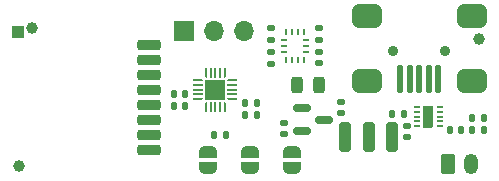
<source format=gts>
G04 #@! TF.GenerationSoftware,KiCad,Pcbnew,(6.0.7)*
G04 #@! TF.CreationDate,2023-02-22T13:34:51-04:00*
G04 #@! TF.ProjectId,Twitch Switch,54776974-6368-4205-9377-697463682e6b,1.1*
G04 #@! TF.SameCoordinates,Original*
G04 #@! TF.FileFunction,Soldermask,Top*
G04 #@! TF.FilePolarity,Negative*
%FSLAX46Y46*%
G04 Gerber Fmt 4.6, Leading zero omitted, Abs format (unit mm)*
G04 Created by KiCad (PCBNEW (6.0.7)) date 2023-02-22 13:34:51*
%MOMM*%
%LPD*%
G01*
G04 APERTURE LIST*
G04 Aperture macros list*
%AMRoundRect*
0 Rectangle with rounded corners*
0 $1 Rounding radius*
0 $2 $3 $4 $5 $6 $7 $8 $9 X,Y pos of 4 corners*
0 Add a 4 corners polygon primitive as box body*
4,1,4,$2,$3,$4,$5,$6,$7,$8,$9,$2,$3,0*
0 Add four circle primitives for the rounded corners*
1,1,$1+$1,$2,$3*
1,1,$1+$1,$4,$5*
1,1,$1+$1,$6,$7*
1,1,$1+$1,$8,$9*
0 Add four rect primitives between the rounded corners*
20,1,$1+$1,$2,$3,$4,$5,0*
20,1,$1+$1,$4,$5,$6,$7,0*
20,1,$1+$1,$6,$7,$8,$9,0*
20,1,$1+$1,$8,$9,$2,$3,0*%
%AMOutline5P*
0 Free polygon, 5 corners , with rotation*
0 The origin of the aperture is its center*
0 number of corners: always 5*
0 $1 to $10 corner X, Y*
0 $11 Rotation angle, in degrees counterclockwise*
0 create outline with 5 corners*
4,1,5,$1,$2,$3,$4,$5,$6,$7,$8,$9,$10,$1,$2,$11*%
%AMOutline6P*
0 Free polygon, 6 corners , with rotation*
0 The origin of the aperture is its center*
0 number of corners: always 6*
0 $1 to $12 corner X, Y*
0 $13 Rotation angle, in degrees counterclockwise*
0 create outline with 6 corners*
4,1,6,$1,$2,$3,$4,$5,$6,$7,$8,$9,$10,$11,$12,$1,$2,$13*%
%AMOutline7P*
0 Free polygon, 7 corners , with rotation*
0 The origin of the aperture is its center*
0 number of corners: always 7*
0 $1 to $14 corner X, Y*
0 $15 Rotation angle, in degrees counterclockwise*
0 create outline with 7 corners*
4,1,7,$1,$2,$3,$4,$5,$6,$7,$8,$9,$10,$11,$12,$13,$14,$1,$2,$15*%
%AMOutline8P*
0 Free polygon, 8 corners , with rotation*
0 The origin of the aperture is its center*
0 number of corners: always 8*
0 $1 to $16 corner X, Y*
0 $17 Rotation angle, in degrees counterclockwise*
0 create outline with 8 corners*
4,1,8,$1,$2,$3,$4,$5,$6,$7,$8,$9,$10,$11,$12,$13,$14,$15,$16,$1,$2,$17*%
%AMFreePoly0*
4,1,22,0.500000,-0.750000,0.000000,-0.750000,0.000000,-0.745033,-0.079941,-0.743568,-0.215256,-0.701293,-0.333266,-0.622738,-0.424486,-0.514219,-0.481581,-0.384460,-0.499164,-0.250000,-0.500000,-0.250000,-0.500000,0.250000,-0.499164,0.250000,-0.499963,0.256109,-0.478152,0.396186,-0.417904,0.524511,-0.324060,0.630769,-0.204165,0.706417,-0.067858,0.745374,0.000000,0.744959,0.000000,0.750000,
0.500000,0.750000,0.500000,-0.750000,0.500000,-0.750000,$1*%
%AMFreePoly1*
4,1,20,0.000000,0.744959,0.073905,0.744508,0.209726,0.703889,0.328688,0.626782,0.421226,0.519385,0.479903,0.390333,0.500000,0.250000,0.500000,-0.250000,0.499851,-0.262216,0.476331,-0.402017,0.414519,-0.529596,0.319384,-0.634700,0.198574,-0.708877,0.061801,-0.746166,0.000000,-0.745033,0.000000,-0.750000,-0.500000,-0.750000,-0.500000,0.750000,0.000000,0.750000,0.000000,0.744959,
0.000000,0.744959,$1*%
%AMFreePoly2*
4,1,14,0.334644,0.085355,0.385355,0.034644,0.400000,-0.000711,0.400000,-0.050000,0.385355,-0.085355,0.350000,-0.100000,-0.350000,-0.100000,-0.385355,-0.085355,-0.400000,-0.050000,-0.400000,0.050000,-0.385355,0.085355,-0.350000,0.100000,0.299289,0.100000,0.334644,0.085355,0.334644,0.085355,$1*%
%AMFreePoly3*
4,1,14,0.385355,0.085355,0.400000,0.050000,0.400000,0.000711,0.385355,-0.034644,0.334644,-0.085355,0.299289,-0.100000,-0.350000,-0.100000,-0.385355,-0.085355,-0.400000,-0.050000,-0.400000,0.050000,-0.385355,0.085355,-0.350000,0.100000,0.350000,0.100000,0.385355,0.085355,0.385355,0.085355,$1*%
%AMFreePoly4*
4,1,14,0.085355,0.385355,0.100000,0.350000,0.100000,-0.350000,0.085355,-0.385355,0.050000,-0.400000,-0.050000,-0.400000,-0.085355,-0.385355,-0.100000,-0.350000,-0.100000,0.299289,-0.085355,0.334644,-0.034644,0.385355,0.000711,0.400000,0.050000,0.400000,0.085355,0.385355,0.085355,0.385355,$1*%
%AMFreePoly5*
4,1,14,0.034644,0.385355,0.085355,0.334644,0.100000,0.299289,0.100000,-0.350000,0.085355,-0.385355,0.050000,-0.400000,-0.050000,-0.400000,-0.085355,-0.385355,-0.100000,-0.350000,-0.100000,0.350000,-0.085355,0.385355,-0.050000,0.400000,-0.000711,0.400000,0.034644,0.385355,0.034644,0.385355,$1*%
%AMFreePoly6*
4,1,14,0.385355,0.085355,0.400000,0.050000,0.400000,-0.050000,0.385355,-0.085355,0.350000,-0.100000,-0.299289,-0.100000,-0.334644,-0.085355,-0.385355,-0.034644,-0.400000,0.000711,-0.400000,0.050000,-0.385355,0.085355,-0.350000,0.100000,0.350000,0.100000,0.385355,0.085355,0.385355,0.085355,$1*%
%AMFreePoly7*
4,1,14,0.385355,0.085355,0.400000,0.050000,0.400000,-0.050000,0.385355,-0.085355,0.350000,-0.100000,-0.350000,-0.100000,-0.385355,-0.085355,-0.400000,-0.050000,-0.400000,-0.000711,-0.385355,0.034644,-0.334644,0.085355,-0.299289,0.100000,0.350000,0.100000,0.385355,0.085355,0.385355,0.085355,$1*%
%AMFreePoly8*
4,1,14,0.085355,0.385355,0.100000,0.350000,0.100000,-0.299289,0.085355,-0.334644,0.034644,-0.385355,-0.000711,-0.400000,-0.050000,-0.400000,-0.085355,-0.385355,-0.100000,-0.350000,-0.100000,0.350000,-0.085355,0.385355,-0.050000,0.400000,0.050000,0.400000,0.085355,0.385355,0.085355,0.385355,$1*%
%AMFreePoly9*
4,1,14,0.085355,0.385355,0.100000,0.350000,0.100000,-0.350000,0.085355,-0.385355,0.050000,-0.400000,0.000711,-0.400000,-0.034644,-0.385355,-0.085355,-0.334644,-0.100000,-0.299289,-0.100000,0.350000,-0.085355,0.385355,-0.050000,0.400000,0.050000,0.400000,0.085355,0.385355,0.085355,0.385355,$1*%
G04 Aperture macros list end*
%ADD10RoundRect,0.135000X-0.135000X-0.185000X0.135000X-0.185000X0.135000X0.185000X-0.135000X0.185000X0*%
%ADD11RoundRect,0.135000X0.185000X-0.135000X0.185000X0.135000X-0.185000X0.135000X-0.185000X-0.135000X0*%
%ADD12RoundRect,0.250000X0.250000X-1.000000X0.250000X1.000000X-0.250000X1.000000X-0.250000X-1.000000X0*%
%ADD13RoundRect,0.140000X0.140000X0.170000X-0.140000X0.170000X-0.140000X-0.170000X0.140000X-0.170000X0*%
%ADD14RoundRect,0.225000X0.775000X-0.225000X0.775000X0.225000X-0.775000X0.225000X-0.775000X-0.225000X0*%
%ADD15R,1.000000X1.000000*%
%ADD16RoundRect,0.140000X0.170000X-0.140000X0.170000X0.140000X-0.170000X0.140000X-0.170000X-0.140000X0*%
%ADD17FreePoly0,90.000000*%
%ADD18FreePoly1,90.000000*%
%ADD19C,1.000000*%
%ADD20RoundRect,0.150000X-0.587500X-0.150000X0.587500X-0.150000X0.587500X0.150000X-0.587500X0.150000X0*%
%ADD21RoundRect,0.135000X0.135000X0.185000X-0.135000X0.185000X-0.135000X-0.185000X0.135000X-0.185000X0*%
%ADD22RoundRect,0.140000X-0.170000X0.140000X-0.170000X-0.140000X0.170000X-0.140000X0.170000X0.140000X0*%
%ADD23RoundRect,0.243750X0.243750X0.456250X-0.243750X0.456250X-0.243750X-0.456250X0.243750X-0.456250X0*%
%ADD24RoundRect,0.140000X-0.140000X-0.170000X0.140000X-0.170000X0.140000X0.170000X-0.140000X0.170000X0*%
%ADD25RoundRect,0.135000X-0.185000X0.135000X-0.185000X-0.135000X0.185000X-0.135000X0.185000X0.135000X0*%
%ADD26R,1.700000X1.700000*%
%ADD27O,1.700000X1.700000*%
%ADD28Outline5P,-0.237500X0.075000X-0.187500X0.125000X0.237500X0.125000X0.237500X-0.125000X-0.237500X-0.125000X270.000000*%
%ADD29RoundRect,0.062500X0.062500X-0.175000X0.062500X0.175000X-0.062500X0.175000X-0.062500X-0.175000X0*%
%ADD30RoundRect,0.062500X0.175000X0.062500X-0.175000X0.062500X-0.175000X-0.062500X0.175000X-0.062500X0*%
%ADD31C,0.900000*%
%ADD32RoundRect,0.125000X0.125000X1.025000X-0.125000X1.025000X-0.125000X-1.025000X0.125000X-1.025000X0*%
%ADD33RoundRect,0.500000X-0.750000X0.500000X-0.750000X-0.500000X0.750000X-0.500000X0.750000X0.500000X0*%
%ADD34FreePoly2,0.000000*%
%ADD35RoundRect,0.050000X-0.350000X-0.050000X0.350000X-0.050000X0.350000X0.050000X-0.350000X0.050000X0*%
%ADD36FreePoly3,0.000000*%
%ADD37FreePoly4,0.000000*%
%ADD38RoundRect,0.050000X-0.050000X-0.350000X0.050000X-0.350000X0.050000X0.350000X-0.050000X0.350000X0*%
%ADD39FreePoly5,0.000000*%
%ADD40FreePoly6,0.000000*%
%ADD41FreePoly7,0.000000*%
%ADD42FreePoly8,0.000000*%
%ADD43FreePoly9,0.000000*%
%ADD44RoundRect,0.050000X0.200000X0.050000X-0.200000X0.050000X-0.200000X-0.050000X0.200000X-0.050000X0*%
%ADD45RoundRect,0.225000X0.225000X0.725000X-0.225000X0.725000X-0.225000X-0.725000X0.225000X-0.725000X0*%
%ADD46RoundRect,0.250000X-0.350000X-0.625000X0.350000X-0.625000X0.350000X0.625000X-0.350000X0.625000X0*%
%ADD47O,1.200000X1.750000*%
G04 APERTURE END LIST*
D10*
X147318000Y-110109000D03*
X148338000Y-110109000D03*
D11*
X149479000Y-105793000D03*
X149479000Y-104773000D03*
D12*
X155750000Y-111920000D03*
X159750000Y-111920000D03*
X157750000Y-111920000D03*
D13*
X165580000Y-111379000D03*
X164620000Y-111379000D03*
D14*
X139192000Y-113030000D03*
X139192000Y-111760000D03*
X139192000Y-110490000D03*
X139192000Y-109220000D03*
X139192000Y-107950000D03*
X139192000Y-106680000D03*
X139192000Y-105410000D03*
X139192000Y-104140000D03*
D15*
X128056000Y-103085000D03*
D16*
X161036000Y-111986000D03*
X161036000Y-111026000D03*
D17*
X144145000Y-114569000D03*
D18*
X144145000Y-113269000D03*
D17*
X151257000Y-114569000D03*
D18*
X151257000Y-113269000D03*
D19*
X129286000Y-102743000D03*
D20*
X152097500Y-109540000D03*
X152097500Y-111440000D03*
X153972500Y-110490000D03*
D19*
X167132000Y-103632000D03*
D21*
X148338000Y-109093000D03*
X147318000Y-109093000D03*
D22*
X155448000Y-108994000D03*
X155448000Y-109954000D03*
D23*
X153591500Y-107569000D03*
X151716500Y-107569000D03*
D24*
X141252000Y-109347000D03*
X142212000Y-109347000D03*
D21*
X160784000Y-109982000D03*
X159764000Y-109982000D03*
D25*
X149479000Y-102741000D03*
X149479000Y-103761000D03*
D10*
X144651000Y-111760000D03*
X145671000Y-111760000D03*
D26*
X142113000Y-102997000D03*
D27*
X144653000Y-102997000D03*
X147193000Y-102997000D03*
D21*
X167515000Y-110363000D03*
X166495000Y-110363000D03*
D10*
X166495000Y-111379000D03*
X167515000Y-111379000D03*
D28*
X150761000Y-105429500D03*
D29*
X151261000Y-105429500D03*
X151761000Y-105429500D03*
X152261000Y-105429500D03*
D30*
X152423500Y-104767000D03*
X152423500Y-104267000D03*
X152423500Y-103767000D03*
D29*
X152261000Y-103104500D03*
X151761000Y-103104500D03*
X151261000Y-103104500D03*
X150761000Y-103104500D03*
D30*
X150598500Y-103767000D03*
X150598500Y-104267000D03*
X150598500Y-104767000D03*
D22*
X150622000Y-110772000D03*
X150622000Y-111732000D03*
D24*
X141252000Y-108331000D03*
X142212000Y-108331000D03*
D22*
X153543000Y-104775000D03*
X153543000Y-105735000D03*
D31*
X159852000Y-104648000D03*
X164252000Y-104648000D03*
D32*
X163652000Y-107048000D03*
X162852000Y-107048000D03*
X162052000Y-107048000D03*
X161252000Y-107048000D03*
X160452000Y-107048000D03*
D33*
X166502000Y-107198000D03*
X166502000Y-101698000D03*
X157602000Y-101698000D03*
X157602000Y-107198000D03*
D34*
X143330000Y-107150000D03*
D35*
X143330000Y-107550000D03*
X143330000Y-107950000D03*
X143330000Y-108350000D03*
D36*
X143330000Y-108750000D03*
D37*
X143980000Y-109400000D03*
D38*
X144380000Y-109400000D03*
X144780000Y-109400000D03*
X145180000Y-109400000D03*
D39*
X145580000Y-109400000D03*
D40*
X146230000Y-108750000D03*
D35*
X146230000Y-108350000D03*
X146230000Y-107950000D03*
X146230000Y-107550000D03*
D41*
X146230000Y-107150000D03*
D42*
X145580000Y-106500000D03*
D38*
X145180000Y-106500000D03*
X144780000Y-106500000D03*
X144380000Y-106500000D03*
D43*
X143980000Y-106500000D03*
D26*
X144780000Y-107950000D03*
D16*
X153543000Y-103731000D03*
X153543000Y-102771000D03*
D17*
X147701000Y-114569000D03*
D18*
X147701000Y-113269000D03*
D19*
X128143000Y-114427000D03*
D44*
X163764000Y-111036000D03*
X163764000Y-110636000D03*
X163764000Y-110236000D03*
X163764000Y-109836000D03*
X163764000Y-109436000D03*
X161864000Y-109436000D03*
X161864000Y-109836000D03*
X161864000Y-110236000D03*
X161864000Y-110636000D03*
X161864000Y-111036000D03*
D45*
X162814000Y-110236000D03*
D46*
X164452300Y-114221260D03*
D47*
X166452300Y-114221260D03*
M02*

</source>
